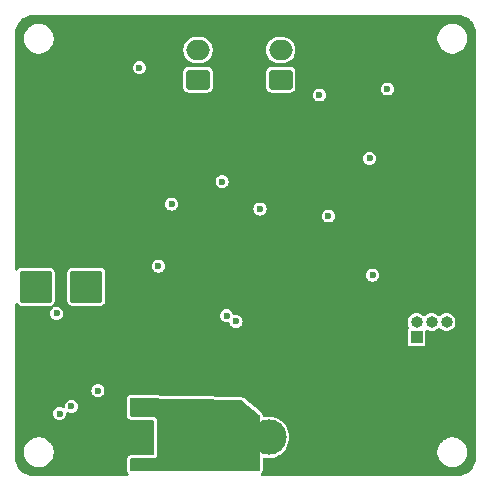
<source format=gbr>
%TF.GenerationSoftware,KiCad,Pcbnew,8.0.2*%
%TF.CreationDate,2024-11-04T12:25:00+02:00*%
%TF.ProjectId,Little Boy - External,4c697474-6c65-4204-926f-79202d204578,rev?*%
%TF.SameCoordinates,Original*%
%TF.FileFunction,Copper,L3,Inr*%
%TF.FilePolarity,Positive*%
%FSLAX46Y46*%
G04 Gerber Fmt 4.6, Leading zero omitted, Abs format (unit mm)*
G04 Created by KiCad (PCBNEW 8.0.2) date 2024-11-04 12:25:00*
%MOMM*%
%LPD*%
G01*
G04 APERTURE LIST*
G04 Aperture macros list*
%AMRoundRect*
0 Rectangle with rounded corners*
0 $1 Rounding radius*
0 $2 $3 $4 $5 $6 $7 $8 $9 X,Y pos of 4 corners*
0 Add a 4 corners polygon primitive as box body*
4,1,4,$2,$3,$4,$5,$6,$7,$8,$9,$2,$3,0*
0 Add four circle primitives for the rounded corners*
1,1,$1+$1,$2,$3*
1,1,$1+$1,$4,$5*
1,1,$1+$1,$6,$7*
1,1,$1+$1,$8,$9*
0 Add four rect primitives between the rounded corners*
20,1,$1+$1,$2,$3,$4,$5,0*
20,1,$1+$1,$4,$5,$6,$7,0*
20,1,$1+$1,$6,$7,$8,$9,0*
20,1,$1+$1,$8,$9,$2,$3,0*%
G04 Aperture macros list end*
%TA.AperFunction,ComponentPad*%
%ADD10C,0.600000*%
%TD*%
%TA.AperFunction,ComponentPad*%
%ADD11RoundRect,0.250000X-1.125000X-1.125000X1.125000X-1.125000X1.125000X1.125000X-1.125000X1.125000X0*%
%TD*%
%TA.AperFunction,HeatsinkPad*%
%ADD12C,0.500000*%
%TD*%
%TA.AperFunction,ComponentPad*%
%ADD13R,3.000000X3.000000*%
%TD*%
%TA.AperFunction,ComponentPad*%
%ADD14C,3.000000*%
%TD*%
%TA.AperFunction,ComponentPad*%
%ADD15R,1.000000X1.000000*%
%TD*%
%TA.AperFunction,ComponentPad*%
%ADD16O,1.000000X1.000000*%
%TD*%
%TA.AperFunction,ComponentPad*%
%ADD17RoundRect,0.250000X0.750000X-0.600000X0.750000X0.600000X-0.750000X0.600000X-0.750000X-0.600000X0*%
%TD*%
%TA.AperFunction,ComponentPad*%
%ADD18O,2.000000X1.700000*%
%TD*%
%TA.AperFunction,ViaPad*%
%ADD19C,0.600000*%
%TD*%
G04 APERTURE END LIST*
D10*
%TO.N,GND*%
%TO.C,U2*%
X128850001Y-59250001D03*
X126250000Y-59250000D03*
X127550000Y-59250000D03*
X124949998Y-59249999D03*
X128850002Y-57950001D03*
X126250000Y-57950000D03*
X127550000Y-57950000D03*
X124949999Y-57949999D03*
%TD*%
D11*
%TO.N, MOT_A*%
%TO.C,J6*%
X129500000Y-66500000D03*
%TD*%
D12*
%TO.N,GND*%
%TO.C,U3*%
X133137501Y-49859176D03*
X133137501Y-48759178D03*
%TD*%
D13*
%TO.N,GND*%
%TO.C,J4*%
X149950000Y-79250000D03*
D14*
%TO.N,+12V*%
X144950000Y-79250000D03*
%TD*%
D15*
%TO.N,+3V3*%
%TO.C,SWD*%
X157475000Y-70750000D03*
D16*
%TO.N,SWDIO*%
X157475000Y-69479999D03*
%TO.N,GND*%
X158745001Y-70750000D03*
%TO.N,SWCLK*%
X158745000Y-69480002D03*
%TO.N,GND*%
X160015001Y-70750001D03*
%TO.N,NRST*%
X160014999Y-69480000D03*
%TD*%
D13*
%TO.N,GND*%
%TO.C,J3*%
X133750000Y-79250000D03*
D14*
%TO.N,+12V*%
X138750000Y-79250000D03*
%TD*%
D17*
%TO.N,CAN_H*%
%TO.C,J8*%
X138972499Y-48955001D03*
D18*
%TO.N,CAN_L*%
X138972500Y-46455001D03*
%TD*%
D11*
%TO.N,Net-(IC1-OUT2)*%
%TO.C,J5*%
X125250000Y-66500000D03*
%TD*%
D17*
%TO.N,CAN_H*%
%TO.C,J9*%
X145972498Y-48955001D03*
D18*
%TO.N,CAN_L*%
X145972497Y-46455001D03*
%TD*%
D19*
%TO.N,GND*%
X154200000Y-58800000D03*
X137250000Y-66500000D03*
X157200000Y-49950000D03*
X125500000Y-50300000D03*
X129700000Y-55000000D03*
X130750000Y-60450000D03*
X134550000Y-54650000D03*
X133000000Y-54650000D03*
X137100000Y-58700000D03*
X137000000Y-58050000D03*
X137000000Y-57050000D03*
X128750000Y-72250000D03*
X141895683Y-55346796D03*
X128000000Y-51250000D03*
X160000000Y-67500000D03*
X162000000Y-71500000D03*
X126250000Y-73750000D03*
X159250000Y-67500000D03*
X159750000Y-64750000D03*
X139500000Y-57500000D03*
X134887498Y-47909178D03*
X129250000Y-50500000D03*
X159000000Y-58250000D03*
X160750000Y-67000000D03*
X130260001Y-74260001D03*
X128250000Y-73750000D03*
X139250000Y-54250000D03*
X127250000Y-72750000D03*
X126750000Y-73250000D03*
X127250000Y-73750000D03*
X127750000Y-72250000D03*
X145750000Y-55000000D03*
X131000000Y-76000000D03*
X143750000Y-53500000D03*
X160750000Y-65500000D03*
X149000000Y-67250000D03*
X126250000Y-72750000D03*
X152500000Y-61300000D03*
X159750000Y-58250000D03*
X126750000Y-72250000D03*
X141750000Y-60123000D03*
X151700000Y-61300000D03*
X128250000Y-72750000D03*
X124000000Y-62250000D03*
X127250000Y-71750000D03*
X153000000Y-58500000D03*
X159000000Y-64750000D03*
X160500000Y-64750000D03*
X160500000Y-58250000D03*
X125500000Y-76750000D03*
X126250000Y-71750000D03*
X158250000Y-64750000D03*
X160750000Y-66250000D03*
X127750000Y-73250000D03*
X128250000Y-71750000D03*
X128750000Y-73250000D03*
X131500000Y-49250000D03*
X141000000Y-53250000D03*
X131500000Y-75000000D03*
X158250000Y-58250000D03*
%TO.N,+3V3*%
X149250000Y-50257001D03*
X150000000Y-60500000D03*
X136750000Y-59500000D03*
X130500000Y-75300003D03*
X144219905Y-59919904D03*
X155000000Y-49750000D03*
%TO.N,NRST*%
X141018144Y-57604856D03*
X153750000Y-65500000D03*
%TO.N,+5V*%
X134007034Y-47959178D03*
X153500000Y-55627000D03*
%TO.N,DRV_IN2*%
X127250000Y-77250000D03*
X142187500Y-69437500D03*
%TO.N,ISEN*%
X127000000Y-68750000D03*
X135623000Y-64750000D03*
%TO.N,DRV_IN1*%
X141406642Y-68956645D03*
X128250000Y-76623000D03*
%TD*%
%TA.AperFunction,Conductor*%
%TO.N,GND*%
G36*
X161004418Y-43500816D02*
G01*
X161204561Y-43515130D01*
X161222063Y-43517647D01*
X161413797Y-43559355D01*
X161430755Y-43564334D01*
X161614609Y-43632909D01*
X161630701Y-43640259D01*
X161802904Y-43734288D01*
X161817784Y-43743849D01*
X161974867Y-43861441D01*
X161988237Y-43873027D01*
X162126972Y-44011762D01*
X162138558Y-44025132D01*
X162256146Y-44182210D01*
X162265711Y-44197095D01*
X162359740Y-44369298D01*
X162367090Y-44385390D01*
X162435662Y-44569236D01*
X162440646Y-44586212D01*
X162482351Y-44777931D01*
X162484869Y-44795442D01*
X162499184Y-44995580D01*
X162499500Y-45004427D01*
X162499500Y-80995572D01*
X162499184Y-81004419D01*
X162484869Y-81204557D01*
X162482351Y-81222068D01*
X162440646Y-81413787D01*
X162435662Y-81430763D01*
X162367090Y-81614609D01*
X162359740Y-81630701D01*
X162265711Y-81802904D01*
X162256146Y-81817789D01*
X162138558Y-81974867D01*
X162126972Y-81988237D01*
X161988237Y-82126972D01*
X161974867Y-82138558D01*
X161817789Y-82256146D01*
X161802904Y-82265711D01*
X161630701Y-82359740D01*
X161614609Y-82367090D01*
X161430763Y-82435662D01*
X161413787Y-82440646D01*
X161222068Y-82482351D01*
X161204557Y-82484869D01*
X161023779Y-82497799D01*
X161004417Y-82499184D01*
X160995572Y-82499500D01*
X144410966Y-82499500D01*
X144343927Y-82479815D01*
X144298172Y-82427011D01*
X144288228Y-82357853D01*
X144317253Y-82294297D01*
X144329758Y-82281791D01*
X144354898Y-82260008D01*
X144386523Y-82227234D01*
X144432731Y-82138899D01*
X144432832Y-82138558D01*
X144442481Y-82105693D01*
X144452416Y-82071860D01*
X144462766Y-81999875D01*
X144462766Y-81090923D01*
X144482451Y-81023884D01*
X144535255Y-80978129D01*
X144604413Y-80968185D01*
X144604993Y-80968270D01*
X144818818Y-81000500D01*
X145081182Y-81000500D01*
X145340615Y-80961396D01*
X145591323Y-80884063D01*
X145827704Y-80770228D01*
X146044479Y-80622433D01*
X146236805Y-80443981D01*
X146270621Y-80401577D01*
X159249500Y-80401577D01*
X159249500Y-80598422D01*
X159280290Y-80792826D01*
X159341117Y-80980029D01*
X159378048Y-81052509D01*
X159430476Y-81155405D01*
X159546172Y-81314646D01*
X159685354Y-81453828D01*
X159844595Y-81569524D01*
X159927455Y-81611743D01*
X160019970Y-81658882D01*
X160019972Y-81658882D01*
X160019975Y-81658884D01*
X160120317Y-81691487D01*
X160207173Y-81719709D01*
X160401578Y-81750500D01*
X160401583Y-81750500D01*
X160598422Y-81750500D01*
X160792826Y-81719709D01*
X160980025Y-81658884D01*
X161155405Y-81569524D01*
X161314646Y-81453828D01*
X161453828Y-81314646D01*
X161569524Y-81155405D01*
X161658884Y-80980025D01*
X161719709Y-80792826D01*
X161750500Y-80598422D01*
X161750500Y-80401577D01*
X161719709Y-80207173D01*
X161658882Y-80019970D01*
X161569523Y-79844594D01*
X161513453Y-79767421D01*
X161453828Y-79685354D01*
X161314646Y-79546172D01*
X161155405Y-79430476D01*
X160980029Y-79341117D01*
X160792826Y-79280290D01*
X160598422Y-79249500D01*
X160598417Y-79249500D01*
X160401583Y-79249500D01*
X160401578Y-79249500D01*
X160207173Y-79280290D01*
X160019970Y-79341117D01*
X159844594Y-79430476D01*
X159753741Y-79496485D01*
X159685354Y-79546172D01*
X159685352Y-79546174D01*
X159685351Y-79546174D01*
X159546174Y-79685351D01*
X159546174Y-79685352D01*
X159546172Y-79685354D01*
X159496485Y-79753741D01*
X159430476Y-79844594D01*
X159341117Y-80019970D01*
X159280290Y-80207173D01*
X159249500Y-80401577D01*
X146270621Y-80401577D01*
X146400386Y-80238857D01*
X146531568Y-80011643D01*
X146627420Y-79767416D01*
X146685802Y-79511630D01*
X146705408Y-79250000D01*
X146685802Y-78988370D01*
X146627420Y-78732584D01*
X146531568Y-78488357D01*
X146400386Y-78261143D01*
X146236805Y-78056019D01*
X146236804Y-78056018D01*
X146236801Y-78056014D01*
X146044479Y-77877567D01*
X145971028Y-77827489D01*
X145827704Y-77729772D01*
X145827700Y-77729770D01*
X145827697Y-77729768D01*
X145827696Y-77729767D01*
X145591325Y-77615938D01*
X145591327Y-77615938D01*
X145340623Y-77538606D01*
X145340619Y-77538605D01*
X145340615Y-77538604D01*
X145215823Y-77519794D01*
X145081187Y-77499500D01*
X145081182Y-77499500D01*
X144818818Y-77499500D01*
X144818812Y-77499500D01*
X144646165Y-77525523D01*
X144603876Y-77531897D01*
X144534652Y-77522425D01*
X144481538Y-77477031D01*
X144461755Y-77418723D01*
X144459803Y-77393156D01*
X144454085Y-77355936D01*
X144452068Y-77344534D01*
X144413788Y-77252485D01*
X144374889Y-77194446D01*
X144374887Y-77194443D01*
X144374886Y-77194442D01*
X144326221Y-77140418D01*
X144326214Y-77140411D01*
X142903923Y-75955169D01*
X142903911Y-75955159D01*
X142894183Y-75947445D01*
X142884560Y-75940188D01*
X142809131Y-75901012D01*
X142742624Y-75879568D01*
X142670939Y-75867329D01*
X133341249Y-75621811D01*
X133299607Y-75625459D01*
X133283505Y-75626870D01*
X133283501Y-75626870D01*
X133283498Y-75626871D01*
X133228753Y-75638028D01*
X133228731Y-75638033D01*
X133199068Y-75645961D01*
X133199064Y-75645963D01*
X133112443Y-75695288D01*
X133112439Y-75695292D01*
X133059637Y-75741044D01*
X133028009Y-75773821D01*
X132981800Y-75862158D01*
X132981799Y-75862158D01*
X132962117Y-75929190D01*
X132962114Y-75929202D01*
X132951766Y-76001179D01*
X132951766Y-77375500D01*
X132957604Y-77429812D01*
X132968809Y-77481318D01*
X132968812Y-77481327D01*
X132976045Y-77507692D01*
X132976049Y-77507703D01*
X133025371Y-77594318D01*
X133025376Y-77594325D01*
X133025378Y-77594328D01*
X133044103Y-77615938D01*
X133071129Y-77647128D01*
X133071132Y-77647131D01*
X133071133Y-77647132D01*
X133103907Y-77678757D01*
X133192242Y-77724965D01*
X133192243Y-77724965D01*
X133192243Y-77724966D01*
X133242371Y-77739684D01*
X133259281Y-77744650D01*
X133259285Y-77744650D01*
X133259287Y-77744651D01*
X133270918Y-77746323D01*
X133331266Y-77755000D01*
X135121000Y-77755000D01*
X135188039Y-77774685D01*
X135233794Y-77827489D01*
X135245000Y-77879000D01*
X135245000Y-80621000D01*
X135225315Y-80688039D01*
X135172511Y-80733794D01*
X135121000Y-80745000D01*
X133331263Y-80745000D01*
X133276953Y-80750838D01*
X133225447Y-80762043D01*
X133225438Y-80762046D01*
X133199073Y-80769279D01*
X133199062Y-80769283D01*
X133112447Y-80818605D01*
X133112439Y-80818611D01*
X133059637Y-80864363D01*
X133028009Y-80897140D01*
X132981800Y-80985477D01*
X132981799Y-80985477D01*
X132962117Y-81052509D01*
X132962114Y-81052521D01*
X132951766Y-81124498D01*
X132951766Y-81999877D01*
X132957604Y-82054187D01*
X132968809Y-82105693D01*
X132968812Y-82105702D01*
X132976045Y-82132067D01*
X132976049Y-82132078D01*
X133025371Y-82218693D01*
X133025376Y-82218700D01*
X133025378Y-82218703D01*
X133057823Y-82256146D01*
X133071132Y-82271506D01*
X133071137Y-82271511D01*
X133086431Y-82286269D01*
X133121005Y-82346985D01*
X133117264Y-82416755D01*
X133076397Y-82473426D01*
X133011379Y-82499007D01*
X133000328Y-82499500D01*
X125004428Y-82499500D01*
X124995582Y-82499184D01*
X124973622Y-82497613D01*
X124795442Y-82484869D01*
X124777931Y-82482351D01*
X124586212Y-82440646D01*
X124569236Y-82435662D01*
X124385390Y-82367090D01*
X124369298Y-82359740D01*
X124197095Y-82265711D01*
X124182210Y-82256146D01*
X124143588Y-82227234D01*
X124038629Y-82148662D01*
X124025132Y-82138558D01*
X124011762Y-82126972D01*
X123873027Y-81988237D01*
X123861441Y-81974867D01*
X123743849Y-81817784D01*
X123734288Y-81802904D01*
X123640259Y-81630701D01*
X123632909Y-81614609D01*
X123572091Y-81451551D01*
X123564334Y-81430755D01*
X123559355Y-81413797D01*
X123517647Y-81222063D01*
X123515130Y-81204556D01*
X123509404Y-81124500D01*
X123500816Y-81004418D01*
X123500500Y-80995572D01*
X123500500Y-80401577D01*
X124249500Y-80401577D01*
X124249500Y-80598422D01*
X124280290Y-80792826D01*
X124341117Y-80980029D01*
X124378048Y-81052509D01*
X124430476Y-81155405D01*
X124546172Y-81314646D01*
X124685354Y-81453828D01*
X124844595Y-81569524D01*
X124927455Y-81611743D01*
X125019970Y-81658882D01*
X125019972Y-81658882D01*
X125019975Y-81658884D01*
X125120317Y-81691487D01*
X125207173Y-81719709D01*
X125401578Y-81750500D01*
X125401583Y-81750500D01*
X125598422Y-81750500D01*
X125792826Y-81719709D01*
X125980025Y-81658884D01*
X126155405Y-81569524D01*
X126314646Y-81453828D01*
X126453828Y-81314646D01*
X126569524Y-81155405D01*
X126658884Y-80980025D01*
X126719709Y-80792826D01*
X126750500Y-80598422D01*
X126750500Y-80401577D01*
X126719709Y-80207173D01*
X126658882Y-80019970D01*
X126569523Y-79844594D01*
X126513453Y-79767421D01*
X126453828Y-79685354D01*
X126314646Y-79546172D01*
X126155405Y-79430476D01*
X125980029Y-79341117D01*
X125792826Y-79280290D01*
X125598422Y-79249500D01*
X125598417Y-79249500D01*
X125401583Y-79249500D01*
X125401578Y-79249500D01*
X125207173Y-79280290D01*
X125019970Y-79341117D01*
X124844594Y-79430476D01*
X124753741Y-79496485D01*
X124685354Y-79546172D01*
X124685352Y-79546174D01*
X124685351Y-79546174D01*
X124546174Y-79685351D01*
X124546174Y-79685352D01*
X124546172Y-79685354D01*
X124496485Y-79753741D01*
X124430476Y-79844594D01*
X124341117Y-80019970D01*
X124280290Y-80207173D01*
X124249500Y-80401577D01*
X123500500Y-80401577D01*
X123500500Y-77250000D01*
X126694750Y-77250000D01*
X126713599Y-77393173D01*
X126713670Y-77393708D01*
X126713671Y-77393712D01*
X126769137Y-77527622D01*
X126769138Y-77527624D01*
X126769139Y-77527625D01*
X126857379Y-77642621D01*
X126972375Y-77730861D01*
X127106291Y-77786330D01*
X127233280Y-77803048D01*
X127249999Y-77805250D01*
X127250000Y-77805250D01*
X127250001Y-77805250D01*
X127264977Y-77803278D01*
X127393709Y-77786330D01*
X127527625Y-77730861D01*
X127642621Y-77642621D01*
X127730861Y-77527625D01*
X127786330Y-77393709D01*
X127805250Y-77250000D01*
X127803295Y-77235150D01*
X127814060Y-77166116D01*
X127860440Y-77113860D01*
X127927708Y-77094974D01*
X127973685Y-77104403D01*
X128106291Y-77159330D01*
X128233280Y-77176048D01*
X128249999Y-77178250D01*
X128250000Y-77178250D01*
X128250001Y-77178250D01*
X128264977Y-77176278D01*
X128393709Y-77159330D01*
X128527625Y-77103861D01*
X128642621Y-77015621D01*
X128730861Y-76900625D01*
X128786330Y-76766709D01*
X128805250Y-76623000D01*
X128786330Y-76479291D01*
X128730861Y-76345375D01*
X128642621Y-76230379D01*
X128527625Y-76142139D01*
X128527624Y-76142138D01*
X128527622Y-76142137D01*
X128393712Y-76086671D01*
X128393710Y-76086670D01*
X128393709Y-76086670D01*
X128321854Y-76077210D01*
X128250001Y-76067750D01*
X128249999Y-76067750D01*
X128106291Y-76086670D01*
X128106287Y-76086671D01*
X127972377Y-76142137D01*
X127857379Y-76230379D01*
X127769137Y-76345377D01*
X127713671Y-76479287D01*
X127713670Y-76479291D01*
X127694750Y-76622999D01*
X127696705Y-76637852D01*
X127685937Y-76706887D01*
X127639556Y-76759142D01*
X127572286Y-76778025D01*
X127526313Y-76768595D01*
X127393712Y-76713671D01*
X127393710Y-76713670D01*
X127393709Y-76713670D01*
X127321854Y-76704210D01*
X127250001Y-76694750D01*
X127249999Y-76694750D01*
X127106291Y-76713670D01*
X127106287Y-76713671D01*
X126972377Y-76769137D01*
X126857379Y-76857379D01*
X126769137Y-76972377D01*
X126713671Y-77106287D01*
X126713670Y-77106291D01*
X126712674Y-77113860D01*
X126694750Y-77250000D01*
X123500500Y-77250000D01*
X123500500Y-75300002D01*
X129944750Y-75300002D01*
X129944750Y-75300003D01*
X129963670Y-75443711D01*
X129963671Y-75443715D01*
X130019137Y-75577625D01*
X130019138Y-75577627D01*
X130019139Y-75577628D01*
X130107379Y-75692624D01*
X130222375Y-75780864D01*
X130356291Y-75836333D01*
X130483280Y-75853051D01*
X130499999Y-75855253D01*
X130500000Y-75855253D01*
X130500001Y-75855253D01*
X130514977Y-75853281D01*
X130643709Y-75836333D01*
X130777625Y-75780864D01*
X130892621Y-75692624D01*
X130980861Y-75577628D01*
X131036330Y-75443712D01*
X131055250Y-75300003D01*
X131036330Y-75156294D01*
X130980861Y-75022378D01*
X130892621Y-74907382D01*
X130777625Y-74819142D01*
X130777624Y-74819141D01*
X130777622Y-74819140D01*
X130643712Y-74763674D01*
X130643710Y-74763673D01*
X130643709Y-74763673D01*
X130571854Y-74754213D01*
X130500001Y-74744753D01*
X130499999Y-74744753D01*
X130356291Y-74763673D01*
X130356287Y-74763674D01*
X130222377Y-74819140D01*
X130107379Y-74907382D01*
X130019137Y-75022380D01*
X129963671Y-75156290D01*
X129963670Y-75156294D01*
X129944750Y-75300002D01*
X123500500Y-75300002D01*
X123500500Y-68750000D01*
X126444750Y-68750000D01*
X126463118Y-68889520D01*
X126463670Y-68893708D01*
X126463671Y-68893712D01*
X126519137Y-69027622D01*
X126519138Y-69027624D01*
X126519139Y-69027625D01*
X126607379Y-69142621D01*
X126722375Y-69230861D01*
X126856291Y-69286330D01*
X126983280Y-69303048D01*
X126999999Y-69305250D01*
X127000000Y-69305250D01*
X127000001Y-69305250D01*
X127014977Y-69303278D01*
X127143709Y-69286330D01*
X127277625Y-69230861D01*
X127392621Y-69142621D01*
X127480861Y-69027625D01*
X127510261Y-68956645D01*
X140851392Y-68956645D01*
X140863008Y-69044879D01*
X140870312Y-69100353D01*
X140870313Y-69100357D01*
X140925779Y-69234267D01*
X140925780Y-69234269D01*
X140925781Y-69234270D01*
X141014021Y-69349266D01*
X141129017Y-69437506D01*
X141262933Y-69492975D01*
X141389922Y-69509693D01*
X141406641Y-69511895D01*
X141406641Y-69511894D01*
X141406642Y-69511895D01*
X141517085Y-69497354D01*
X141586117Y-69508119D01*
X141638373Y-69554498D01*
X141646940Y-69574164D01*
X141648060Y-69573701D01*
X141706637Y-69715122D01*
X141706638Y-69715124D01*
X141706639Y-69715125D01*
X141794879Y-69830121D01*
X141909875Y-69918361D01*
X142043791Y-69973830D01*
X142170780Y-69990548D01*
X142187499Y-69992750D01*
X142187500Y-69992750D01*
X142187501Y-69992750D01*
X142202477Y-69990778D01*
X142331209Y-69973830D01*
X142465125Y-69918361D01*
X142580121Y-69830121D01*
X142668361Y-69715125D01*
X142723830Y-69581209D01*
X142737155Y-69479996D01*
X156719751Y-69479996D01*
X156719751Y-69480001D01*
X156738685Y-69648055D01*
X156794545Y-69807693D01*
X156794547Y-69807696D01*
X156846171Y-69889854D01*
X156865172Y-69957090D01*
X156844805Y-70023925D01*
X156810071Y-70058926D01*
X156794401Y-70069396D01*
X156739033Y-70152260D01*
X156739032Y-70152264D01*
X156724500Y-70225321D01*
X156724500Y-71274678D01*
X156739032Y-71347735D01*
X156739033Y-71347739D01*
X156739034Y-71347740D01*
X156794399Y-71430601D01*
X156877260Y-71485966D01*
X156877264Y-71485967D01*
X156950321Y-71500499D01*
X156950324Y-71500500D01*
X156950326Y-71500500D01*
X157999676Y-71500500D01*
X157999677Y-71500499D01*
X158072740Y-71485966D01*
X158155601Y-71430601D01*
X158210966Y-71347740D01*
X158225500Y-71274674D01*
X158225500Y-70264297D01*
X158245185Y-70197258D01*
X158297989Y-70151503D01*
X158367147Y-70141559D01*
X158410936Y-70157638D01*
X158411034Y-70157436D01*
X158413122Y-70158441D01*
X158415476Y-70159306D01*
X158416885Y-70160191D01*
X158417310Y-70160458D01*
X158522479Y-70197258D01*
X158576943Y-70216316D01*
X158744997Y-70235251D01*
X158745000Y-70235251D01*
X158745003Y-70235251D01*
X158913056Y-70216316D01*
X158913065Y-70216313D01*
X159072690Y-70160458D01*
X159072692Y-70160456D01*
X159072694Y-70160456D01*
X159072697Y-70160454D01*
X159215884Y-70070483D01*
X159215884Y-70070482D01*
X159215890Y-70070479D01*
X159292322Y-69994046D01*
X159353641Y-69960564D01*
X159423333Y-69965548D01*
X159467681Y-69994049D01*
X159544108Y-70070476D01*
X159544114Y-70070481D01*
X159687301Y-70160452D01*
X159687304Y-70160454D01*
X159687308Y-70160455D01*
X159687309Y-70160456D01*
X159687315Y-70160458D01*
X159846942Y-70216314D01*
X160014996Y-70235249D01*
X160014999Y-70235249D01*
X160015002Y-70235249D01*
X160183055Y-70216314D01*
X160237514Y-70197258D01*
X160342689Y-70160456D01*
X160342691Y-70160454D01*
X160342693Y-70160454D01*
X160342696Y-70160452D01*
X160485883Y-70070481D01*
X160485884Y-70070480D01*
X160485889Y-70070477D01*
X160605476Y-69950890D01*
X160625915Y-69918362D01*
X160695451Y-69807697D01*
X160695453Y-69807694D01*
X160695453Y-69807692D01*
X160695455Y-69807690D01*
X160751312Y-69648059D01*
X160751312Y-69648058D01*
X160751313Y-69648056D01*
X160770248Y-69480002D01*
X160770248Y-69479997D01*
X160751313Y-69311943D01*
X160695453Y-69152305D01*
X160695451Y-69152302D01*
X160605480Y-69009115D01*
X160605475Y-69009109D01*
X160485889Y-68889523D01*
X160485883Y-68889518D01*
X160342696Y-68799547D01*
X160342693Y-68799545D01*
X160183055Y-68743685D01*
X160015002Y-68724751D01*
X160014996Y-68724751D01*
X159846942Y-68743685D01*
X159687304Y-68799545D01*
X159687301Y-68799547D01*
X159544114Y-68889518D01*
X159467679Y-68965953D01*
X159406355Y-68999437D01*
X159336664Y-68994452D01*
X159292317Y-68965952D01*
X159215890Y-68889525D01*
X159215884Y-68889520D01*
X159072697Y-68799549D01*
X159072694Y-68799547D01*
X158913056Y-68743687D01*
X158745003Y-68724753D01*
X158744997Y-68724753D01*
X158576943Y-68743687D01*
X158417305Y-68799547D01*
X158417302Y-68799549D01*
X158274115Y-68889520D01*
X158197682Y-68965953D01*
X158136358Y-68999437D01*
X158066667Y-68994452D01*
X158022320Y-68965952D01*
X157945890Y-68889522D01*
X157945884Y-68889517D01*
X157802697Y-68799546D01*
X157802694Y-68799544D01*
X157643056Y-68743684D01*
X157475003Y-68724750D01*
X157474997Y-68724750D01*
X157306943Y-68743684D01*
X157147305Y-68799544D01*
X157147302Y-68799546D01*
X157004115Y-68889517D01*
X157004109Y-68889522D01*
X156884523Y-69009108D01*
X156884518Y-69009114D01*
X156794547Y-69152301D01*
X156794545Y-69152304D01*
X156738685Y-69311942D01*
X156719751Y-69479996D01*
X142737155Y-69479996D01*
X142742750Y-69437500D01*
X142723830Y-69293791D01*
X142668361Y-69159875D01*
X142580121Y-69044879D01*
X142465125Y-68956639D01*
X142465124Y-68956638D01*
X142465122Y-68956637D01*
X142331212Y-68901171D01*
X142331210Y-68901170D01*
X142331209Y-68901170D01*
X142242743Y-68889523D01*
X142187501Y-68882250D01*
X142187499Y-68882250D01*
X142077059Y-68896790D01*
X142008023Y-68886025D01*
X141955767Y-68839645D01*
X141947208Y-68819977D01*
X141946082Y-68820444D01*
X141887504Y-68679022D01*
X141887503Y-68679021D01*
X141887503Y-68679020D01*
X141799263Y-68564024D01*
X141684267Y-68475784D01*
X141684266Y-68475783D01*
X141684264Y-68475782D01*
X141550354Y-68420316D01*
X141550352Y-68420315D01*
X141550351Y-68420315D01*
X141478496Y-68410855D01*
X141406643Y-68401395D01*
X141406641Y-68401395D01*
X141262933Y-68420315D01*
X141262929Y-68420316D01*
X141129019Y-68475782D01*
X141014021Y-68564024D01*
X140925779Y-68679022D01*
X140870313Y-68812932D01*
X140870312Y-68812936D01*
X140858696Y-68901170D01*
X140851392Y-68956645D01*
X127510261Y-68956645D01*
X127536330Y-68893709D01*
X127555250Y-68750000D01*
X127554418Y-68743684D01*
X127545905Y-68679020D01*
X127536330Y-68606291D01*
X127480861Y-68472375D01*
X127392621Y-68357379D01*
X127277625Y-68269139D01*
X127277624Y-68269138D01*
X127277622Y-68269137D01*
X127143712Y-68213671D01*
X127143710Y-68213670D01*
X127143709Y-68213670D01*
X127071854Y-68204210D01*
X127000001Y-68194750D01*
X126999999Y-68194750D01*
X126856291Y-68213670D01*
X126800128Y-68236933D01*
X126730659Y-68244401D01*
X126715079Y-68236602D01*
X126713996Y-68251752D01*
X126673302Y-68306794D01*
X126607380Y-68357378D01*
X126519137Y-68472377D01*
X126463671Y-68606287D01*
X126463670Y-68606291D01*
X126445582Y-68743684D01*
X126444750Y-68750000D01*
X123500500Y-68750000D01*
X123500500Y-67998498D01*
X123520185Y-67931459D01*
X123572989Y-67885704D01*
X123642147Y-67875760D01*
X123705703Y-67904785D01*
X123723764Y-67924183D01*
X123767454Y-67982546D01*
X123788763Y-67998498D01*
X123882664Y-68068793D01*
X123882671Y-68068797D01*
X124017517Y-68119091D01*
X124017516Y-68119091D01*
X124024444Y-68119835D01*
X124077127Y-68125500D01*
X126422872Y-68125499D01*
X126482483Y-68119091D01*
X126554482Y-68092236D01*
X126624172Y-68087253D01*
X126634673Y-68092987D01*
X126635023Y-68083210D01*
X126674872Y-68025818D01*
X126678324Y-68023136D01*
X126732546Y-67982546D01*
X126818796Y-67867331D01*
X126869091Y-67732483D01*
X126875500Y-67672873D01*
X126875499Y-65327135D01*
X127874500Y-65327135D01*
X127874500Y-67672870D01*
X127874501Y-67672876D01*
X127880908Y-67732483D01*
X127931202Y-67867328D01*
X127931206Y-67867335D01*
X128017452Y-67982544D01*
X128017455Y-67982547D01*
X128132664Y-68068793D01*
X128132671Y-68068797D01*
X128267517Y-68119091D01*
X128267516Y-68119091D01*
X128274444Y-68119835D01*
X128327127Y-68125500D01*
X130672872Y-68125499D01*
X130732483Y-68119091D01*
X130867331Y-68068796D01*
X130982546Y-67982546D01*
X131068796Y-67867331D01*
X131119091Y-67732483D01*
X131125500Y-67672873D01*
X131125499Y-65499999D01*
X153194750Y-65499999D01*
X153194750Y-65500000D01*
X153213670Y-65643708D01*
X153213671Y-65643712D01*
X153269137Y-65777622D01*
X153269138Y-65777624D01*
X153269139Y-65777625D01*
X153357379Y-65892621D01*
X153472375Y-65980861D01*
X153606291Y-66036330D01*
X153733280Y-66053048D01*
X153749999Y-66055250D01*
X153750000Y-66055250D01*
X153750001Y-66055250D01*
X153764977Y-66053278D01*
X153893709Y-66036330D01*
X154027625Y-65980861D01*
X154142621Y-65892621D01*
X154230861Y-65777625D01*
X154286330Y-65643709D01*
X154305250Y-65500000D01*
X154286330Y-65356291D01*
X154249350Y-65267013D01*
X154230862Y-65222377D01*
X154230861Y-65222376D01*
X154230861Y-65222375D01*
X154142621Y-65107379D01*
X154027625Y-65019139D01*
X154027624Y-65019138D01*
X154027622Y-65019137D01*
X153893712Y-64963671D01*
X153893710Y-64963670D01*
X153893709Y-64963670D01*
X153821854Y-64954210D01*
X153750001Y-64944750D01*
X153749999Y-64944750D01*
X153606291Y-64963670D01*
X153606287Y-64963671D01*
X153472377Y-65019137D01*
X153357379Y-65107379D01*
X153269137Y-65222377D01*
X153213671Y-65356287D01*
X153213670Y-65356291D01*
X153194750Y-65499999D01*
X131125499Y-65499999D01*
X131125499Y-65327128D01*
X131119091Y-65267517D01*
X131105419Y-65230861D01*
X131068797Y-65132671D01*
X131068793Y-65132664D01*
X130982547Y-65017455D01*
X130982544Y-65017452D01*
X130867335Y-64931206D01*
X130867328Y-64931202D01*
X130732482Y-64880908D01*
X130732483Y-64880908D01*
X130672883Y-64874501D01*
X130672881Y-64874500D01*
X130672873Y-64874500D01*
X130672864Y-64874500D01*
X128327129Y-64874500D01*
X128327123Y-64874501D01*
X128267516Y-64880908D01*
X128132671Y-64931202D01*
X128132664Y-64931206D01*
X128017455Y-65017452D01*
X128017452Y-65017455D01*
X127931206Y-65132664D01*
X127931202Y-65132671D01*
X127880908Y-65267517D01*
X127878886Y-65286329D01*
X127874501Y-65327123D01*
X127874500Y-65327135D01*
X126875499Y-65327135D01*
X126875499Y-65327128D01*
X126869091Y-65267517D01*
X126855419Y-65230861D01*
X126818797Y-65132671D01*
X126818793Y-65132664D01*
X126732547Y-65017455D01*
X126732544Y-65017452D01*
X126617335Y-64931206D01*
X126617328Y-64931202D01*
X126482482Y-64880908D01*
X126482483Y-64880908D01*
X126422883Y-64874501D01*
X126422881Y-64874500D01*
X126422873Y-64874500D01*
X126422864Y-64874500D01*
X124077129Y-64874500D01*
X124077123Y-64874501D01*
X124017516Y-64880908D01*
X123882671Y-64931202D01*
X123882664Y-64931206D01*
X123767455Y-65017452D01*
X123723766Y-65075813D01*
X123667832Y-65117683D01*
X123598140Y-65122667D01*
X123536817Y-65089181D01*
X123503333Y-65027857D01*
X123500500Y-65001501D01*
X123500500Y-64749999D01*
X135067750Y-64749999D01*
X135067750Y-64750000D01*
X135086670Y-64893708D01*
X135086671Y-64893712D01*
X135142137Y-65027622D01*
X135142138Y-65027624D01*
X135142139Y-65027625D01*
X135230379Y-65142621D01*
X135345375Y-65230861D01*
X135479291Y-65286330D01*
X135606280Y-65303048D01*
X135622999Y-65305250D01*
X135623000Y-65305250D01*
X135623001Y-65305250D01*
X135637977Y-65303278D01*
X135766709Y-65286330D01*
X135900625Y-65230861D01*
X136015621Y-65142621D01*
X136103861Y-65027625D01*
X136159330Y-64893709D01*
X136178250Y-64750000D01*
X136159330Y-64606291D01*
X136103861Y-64472375D01*
X136015621Y-64357379D01*
X135900625Y-64269139D01*
X135900624Y-64269138D01*
X135900622Y-64269137D01*
X135766712Y-64213671D01*
X135766710Y-64213670D01*
X135766709Y-64213670D01*
X135694854Y-64204210D01*
X135623001Y-64194750D01*
X135622999Y-64194750D01*
X135479291Y-64213670D01*
X135479287Y-64213671D01*
X135345377Y-64269137D01*
X135230379Y-64357379D01*
X135142137Y-64472377D01*
X135086671Y-64606287D01*
X135086670Y-64606291D01*
X135067750Y-64749999D01*
X123500500Y-64749999D01*
X123500500Y-60499999D01*
X149444750Y-60499999D01*
X149444750Y-60500000D01*
X149463670Y-60643708D01*
X149463671Y-60643712D01*
X149519137Y-60777622D01*
X149519138Y-60777624D01*
X149519139Y-60777625D01*
X149607379Y-60892621D01*
X149722375Y-60980861D01*
X149856291Y-61036330D01*
X149983280Y-61053048D01*
X149999999Y-61055250D01*
X150000000Y-61055250D01*
X150000001Y-61055250D01*
X150014977Y-61053278D01*
X150143709Y-61036330D01*
X150277625Y-60980861D01*
X150392621Y-60892621D01*
X150480861Y-60777625D01*
X150536330Y-60643709D01*
X150555250Y-60500000D01*
X150536330Y-60356291D01*
X150480861Y-60222375D01*
X150392621Y-60107379D01*
X150277625Y-60019139D01*
X150277624Y-60019138D01*
X150277622Y-60019137D01*
X150143712Y-59963671D01*
X150143710Y-59963670D01*
X150143709Y-59963670D01*
X150071854Y-59954210D01*
X150000001Y-59944750D01*
X149999999Y-59944750D01*
X149856291Y-59963670D01*
X149856287Y-59963671D01*
X149722377Y-60019137D01*
X149607379Y-60107379D01*
X149519137Y-60222377D01*
X149463671Y-60356287D01*
X149463670Y-60356291D01*
X149444750Y-60499999D01*
X123500500Y-60499999D01*
X123500500Y-59499999D01*
X136194750Y-59499999D01*
X136194750Y-59500000D01*
X136213670Y-59643708D01*
X136213671Y-59643712D01*
X136269137Y-59777622D01*
X136269138Y-59777624D01*
X136269139Y-59777625D01*
X136357379Y-59892621D01*
X136472375Y-59980861D01*
X136606291Y-60036330D01*
X136733280Y-60053048D01*
X136749999Y-60055250D01*
X136750000Y-60055250D01*
X136750001Y-60055250D01*
X136764977Y-60053278D01*
X136893709Y-60036330D01*
X137027625Y-59980861D01*
X137107067Y-59919903D01*
X143664655Y-59919903D01*
X143664655Y-59919904D01*
X143683575Y-60063612D01*
X143683576Y-60063616D01*
X143739042Y-60197526D01*
X143739043Y-60197528D01*
X143739044Y-60197529D01*
X143827284Y-60312525D01*
X143942280Y-60400765D01*
X144076196Y-60456234D01*
X144203185Y-60472952D01*
X144219904Y-60475154D01*
X144219905Y-60475154D01*
X144219906Y-60475154D01*
X144234882Y-60473182D01*
X144363614Y-60456234D01*
X144497530Y-60400765D01*
X144612526Y-60312525D01*
X144700766Y-60197529D01*
X144756235Y-60063613D01*
X144775155Y-59919904D01*
X144756235Y-59776195D01*
X144700766Y-59642279D01*
X144612526Y-59527283D01*
X144497530Y-59439043D01*
X144497529Y-59439042D01*
X144497527Y-59439041D01*
X144363617Y-59383575D01*
X144363615Y-59383574D01*
X144363614Y-59383574D01*
X144291759Y-59374114D01*
X144219906Y-59364654D01*
X144219904Y-59364654D01*
X144076196Y-59383574D01*
X144076192Y-59383575D01*
X143942282Y-59439041D01*
X143827284Y-59527283D01*
X143739042Y-59642281D01*
X143683576Y-59776191D01*
X143683575Y-59776195D01*
X143664655Y-59919903D01*
X137107067Y-59919903D01*
X137142621Y-59892621D01*
X137230861Y-59777625D01*
X137286330Y-59643709D01*
X137305250Y-59500000D01*
X137286330Y-59356291D01*
X137230861Y-59222375D01*
X137142621Y-59107379D01*
X137027625Y-59019139D01*
X137027624Y-59019138D01*
X137027622Y-59019137D01*
X136893712Y-58963671D01*
X136893710Y-58963670D01*
X136893709Y-58963670D01*
X136821854Y-58954210D01*
X136750001Y-58944750D01*
X136749999Y-58944750D01*
X136606291Y-58963670D01*
X136606287Y-58963671D01*
X136472377Y-59019137D01*
X136357379Y-59107379D01*
X136269137Y-59222377D01*
X136213671Y-59356287D01*
X136213670Y-59356291D01*
X136194750Y-59499999D01*
X123500500Y-59499999D01*
X123500500Y-57604855D01*
X140462894Y-57604855D01*
X140462894Y-57604856D01*
X140481814Y-57748564D01*
X140481815Y-57748568D01*
X140537281Y-57882478D01*
X140537282Y-57882480D01*
X140537283Y-57882481D01*
X140625523Y-57997477D01*
X140740519Y-58085717D01*
X140874435Y-58141186D01*
X141001424Y-58157904D01*
X141018143Y-58160106D01*
X141018144Y-58160106D01*
X141018145Y-58160106D01*
X141033121Y-58158134D01*
X141161853Y-58141186D01*
X141295769Y-58085717D01*
X141410765Y-57997477D01*
X141499005Y-57882481D01*
X141554474Y-57748565D01*
X141573394Y-57604856D01*
X141554474Y-57461147D01*
X141499005Y-57327231D01*
X141410765Y-57212235D01*
X141295769Y-57123995D01*
X141295768Y-57123994D01*
X141295766Y-57123993D01*
X141161856Y-57068527D01*
X141161854Y-57068526D01*
X141161853Y-57068526D01*
X141089998Y-57059066D01*
X141018145Y-57049606D01*
X141018143Y-57049606D01*
X140874435Y-57068526D01*
X140874431Y-57068527D01*
X140740521Y-57123993D01*
X140625523Y-57212235D01*
X140537281Y-57327233D01*
X140481815Y-57461143D01*
X140481814Y-57461147D01*
X140462894Y-57604855D01*
X123500500Y-57604855D01*
X123500500Y-55626999D01*
X152944750Y-55626999D01*
X152944750Y-55627000D01*
X152963670Y-55770708D01*
X152963671Y-55770712D01*
X153019137Y-55904622D01*
X153019138Y-55904624D01*
X153019139Y-55904625D01*
X153107379Y-56019621D01*
X153222375Y-56107861D01*
X153356291Y-56163330D01*
X153483280Y-56180048D01*
X153499999Y-56182250D01*
X153500000Y-56182250D01*
X153500001Y-56182250D01*
X153514977Y-56180278D01*
X153643709Y-56163330D01*
X153777625Y-56107861D01*
X153892621Y-56019621D01*
X153980861Y-55904625D01*
X154036330Y-55770709D01*
X154055250Y-55627000D01*
X154036330Y-55483291D01*
X153980861Y-55349375D01*
X153892621Y-55234379D01*
X153777625Y-55146139D01*
X153777624Y-55146138D01*
X153777622Y-55146137D01*
X153643712Y-55090671D01*
X153643710Y-55090670D01*
X153643709Y-55090670D01*
X153571854Y-55081210D01*
X153500001Y-55071750D01*
X153499999Y-55071750D01*
X153356291Y-55090670D01*
X153356287Y-55090671D01*
X153222377Y-55146137D01*
X153107379Y-55234379D01*
X153019137Y-55349377D01*
X152963671Y-55483287D01*
X152963670Y-55483291D01*
X152944750Y-55626999D01*
X123500500Y-55626999D01*
X123500500Y-50257000D01*
X148694750Y-50257000D01*
X148694750Y-50257001D01*
X148713670Y-50400709D01*
X148713671Y-50400713D01*
X148769137Y-50534623D01*
X148769138Y-50534625D01*
X148769139Y-50534626D01*
X148857379Y-50649622D01*
X148972375Y-50737862D01*
X149106291Y-50793331D01*
X149233280Y-50810049D01*
X149249999Y-50812251D01*
X149250000Y-50812251D01*
X149250001Y-50812251D01*
X149264977Y-50810279D01*
X149393709Y-50793331D01*
X149527625Y-50737862D01*
X149642621Y-50649622D01*
X149730861Y-50534626D01*
X149786330Y-50400710D01*
X149805250Y-50257001D01*
X149786330Y-50113292D01*
X149730861Y-49979376D01*
X149642621Y-49864380D01*
X149527625Y-49776140D01*
X149527624Y-49776139D01*
X149527622Y-49776138D01*
X149464518Y-49750000D01*
X154444750Y-49750000D01*
X154450981Y-49797332D01*
X154463670Y-49893708D01*
X154463671Y-49893712D01*
X154519137Y-50027622D01*
X154519138Y-50027624D01*
X154519139Y-50027625D01*
X154607379Y-50142621D01*
X154722375Y-50230861D01*
X154856291Y-50286330D01*
X154983280Y-50303048D01*
X154999999Y-50305250D01*
X155000000Y-50305250D01*
X155000001Y-50305250D01*
X155014977Y-50303278D01*
X155143709Y-50286330D01*
X155277625Y-50230861D01*
X155392621Y-50142621D01*
X155480861Y-50027625D01*
X155536330Y-49893709D01*
X155555250Y-49750000D01*
X155536330Y-49606291D01*
X155480861Y-49472375D01*
X155392621Y-49357379D01*
X155277625Y-49269139D01*
X155277624Y-49269138D01*
X155277622Y-49269137D01*
X155143712Y-49213671D01*
X155143710Y-49213670D01*
X155143709Y-49213670D01*
X155071854Y-49204210D01*
X155000001Y-49194750D01*
X154999999Y-49194750D01*
X154856291Y-49213670D01*
X154856287Y-49213671D01*
X154722377Y-49269137D01*
X154607379Y-49357379D01*
X154519137Y-49472377D01*
X154463671Y-49606287D01*
X154463670Y-49606291D01*
X154444750Y-49750000D01*
X149464518Y-49750000D01*
X149393712Y-49720672D01*
X149393710Y-49720671D01*
X149393709Y-49720671D01*
X149321854Y-49711211D01*
X149250001Y-49701751D01*
X149249999Y-49701751D01*
X149106291Y-49720671D01*
X149106287Y-49720672D01*
X148972377Y-49776138D01*
X148857379Y-49864380D01*
X148769137Y-49979378D01*
X148713671Y-50113288D01*
X148713670Y-50113292D01*
X148694750Y-50257000D01*
X123500500Y-50257000D01*
X123500500Y-47959178D01*
X133451784Y-47959178D01*
X133456823Y-47997456D01*
X133470704Y-48102886D01*
X133470705Y-48102890D01*
X133526171Y-48236800D01*
X133526172Y-48236802D01*
X133526173Y-48236803D01*
X133614413Y-48351799D01*
X133729409Y-48440039D01*
X133863325Y-48495508D01*
X133990314Y-48512226D01*
X134007033Y-48514428D01*
X134007034Y-48514428D01*
X134007035Y-48514428D01*
X134022011Y-48512456D01*
X134150743Y-48495508D01*
X134284659Y-48440039D01*
X134399655Y-48351799D01*
X134433926Y-48307136D01*
X137721999Y-48307136D01*
X137721999Y-49602871D01*
X137722000Y-49602877D01*
X137728407Y-49662484D01*
X137778701Y-49797329D01*
X137778705Y-49797336D01*
X137864951Y-49912545D01*
X137864954Y-49912548D01*
X137980163Y-49998794D01*
X137980170Y-49998798D01*
X138115016Y-50049092D01*
X138115015Y-50049092D01*
X138121943Y-50049836D01*
X138174626Y-50055501D01*
X139770371Y-50055500D01*
X139829982Y-50049092D01*
X139964830Y-49998797D01*
X140080045Y-49912547D01*
X140166295Y-49797332D01*
X140216590Y-49662484D01*
X140222999Y-49602874D01*
X140222998Y-48307136D01*
X144721998Y-48307136D01*
X144721998Y-49602871D01*
X144721999Y-49602877D01*
X144728406Y-49662484D01*
X144778700Y-49797329D01*
X144778704Y-49797336D01*
X144864950Y-49912545D01*
X144864953Y-49912548D01*
X144980162Y-49998794D01*
X144980169Y-49998798D01*
X145115015Y-50049092D01*
X145115014Y-50049092D01*
X145121942Y-50049836D01*
X145174625Y-50055501D01*
X146770370Y-50055500D01*
X146829981Y-50049092D01*
X146964829Y-49998797D01*
X147080044Y-49912547D01*
X147166294Y-49797332D01*
X147216589Y-49662484D01*
X147222998Y-49602874D01*
X147222997Y-48307129D01*
X147216589Y-48247518D01*
X147212591Y-48236800D01*
X147166295Y-48112672D01*
X147166291Y-48112665D01*
X147080045Y-47997456D01*
X147080042Y-47997453D01*
X146964833Y-47911207D01*
X146964826Y-47911203D01*
X146829980Y-47860909D01*
X146829981Y-47860909D01*
X146770381Y-47854502D01*
X146770379Y-47854501D01*
X146770371Y-47854501D01*
X146770362Y-47854501D01*
X145174627Y-47854501D01*
X145174621Y-47854502D01*
X145115014Y-47860909D01*
X144980169Y-47911203D01*
X144980162Y-47911207D01*
X144864953Y-47997453D01*
X144864950Y-47997456D01*
X144778704Y-48112665D01*
X144778700Y-48112672D01*
X144728406Y-48247518D01*
X144721999Y-48307117D01*
X144721999Y-48307124D01*
X144721998Y-48307136D01*
X140222998Y-48307136D01*
X140222998Y-48307129D01*
X140216590Y-48247518D01*
X140212592Y-48236800D01*
X140166296Y-48112672D01*
X140166292Y-48112665D01*
X140080046Y-47997456D01*
X140080043Y-47997453D01*
X139964834Y-47911207D01*
X139964827Y-47911203D01*
X139829981Y-47860909D01*
X139829982Y-47860909D01*
X139770382Y-47854502D01*
X139770380Y-47854501D01*
X139770372Y-47854501D01*
X139770363Y-47854501D01*
X138174628Y-47854501D01*
X138174622Y-47854502D01*
X138115015Y-47860909D01*
X137980170Y-47911203D01*
X137980163Y-47911207D01*
X137864954Y-47997453D01*
X137864951Y-47997456D01*
X137778705Y-48112665D01*
X137778701Y-48112672D01*
X137728407Y-48247518D01*
X137722000Y-48307117D01*
X137722000Y-48307124D01*
X137721999Y-48307136D01*
X134433926Y-48307136D01*
X134487895Y-48236803D01*
X134543364Y-48102887D01*
X134562284Y-47959178D01*
X134543364Y-47815469D01*
X134487895Y-47681553D01*
X134399655Y-47566557D01*
X134284659Y-47478317D01*
X134284658Y-47478316D01*
X134284656Y-47478315D01*
X134150746Y-47422849D01*
X134150744Y-47422848D01*
X134150743Y-47422848D01*
X134078888Y-47413388D01*
X134007035Y-47403928D01*
X134007033Y-47403928D01*
X133863325Y-47422848D01*
X133863321Y-47422849D01*
X133729411Y-47478315D01*
X133614413Y-47566557D01*
X133526171Y-47681555D01*
X133470705Y-47815465D01*
X133470704Y-47815469D01*
X133451784Y-47959178D01*
X123500500Y-47959178D01*
X123500500Y-45401577D01*
X124249500Y-45401577D01*
X124249500Y-45598422D01*
X124280290Y-45792826D01*
X124341117Y-45980029D01*
X124430476Y-46155405D01*
X124546172Y-46314646D01*
X124685354Y-46453828D01*
X124844595Y-46569524D01*
X124927455Y-46611743D01*
X125019970Y-46658882D01*
X125019972Y-46658882D01*
X125019975Y-46658884D01*
X125120317Y-46691487D01*
X125207173Y-46719709D01*
X125401578Y-46750500D01*
X125401583Y-46750500D01*
X125598422Y-46750500D01*
X125792826Y-46719709D01*
X125814391Y-46712702D01*
X125980025Y-46658884D01*
X126155405Y-46569524D01*
X126314646Y-46453828D01*
X126400084Y-46368390D01*
X137722000Y-46368390D01*
X137722000Y-46541612D01*
X137749098Y-46712702D01*
X137802627Y-46877446D01*
X137881268Y-47031789D01*
X137983086Y-47171929D01*
X138105572Y-47294415D01*
X138245712Y-47396233D01*
X138400055Y-47474874D01*
X138564799Y-47528403D01*
X138735889Y-47555501D01*
X138735890Y-47555501D01*
X139209110Y-47555501D01*
X139209111Y-47555501D01*
X139380201Y-47528403D01*
X139544945Y-47474874D01*
X139699288Y-47396233D01*
X139839428Y-47294415D01*
X139961914Y-47171929D01*
X140063732Y-47031789D01*
X140142373Y-46877446D01*
X140195902Y-46712702D01*
X140223000Y-46541612D01*
X140223000Y-46368390D01*
X144721997Y-46368390D01*
X144721997Y-46541612D01*
X144749095Y-46712702D01*
X144802624Y-46877446D01*
X144881265Y-47031789D01*
X144983083Y-47171929D01*
X145105569Y-47294415D01*
X145245709Y-47396233D01*
X145400052Y-47474874D01*
X145564796Y-47528403D01*
X145735886Y-47555501D01*
X145735887Y-47555501D01*
X146209107Y-47555501D01*
X146209108Y-47555501D01*
X146380198Y-47528403D01*
X146544942Y-47474874D01*
X146699285Y-47396233D01*
X146839425Y-47294415D01*
X146961911Y-47171929D01*
X147063729Y-47031789D01*
X147142370Y-46877446D01*
X147195899Y-46712702D01*
X147222997Y-46541612D01*
X147222997Y-46368390D01*
X147195899Y-46197300D01*
X147142370Y-46032556D01*
X147063729Y-45878213D01*
X146961911Y-45738073D01*
X146839425Y-45615587D01*
X146699285Y-45513769D01*
X146544942Y-45435128D01*
X146441683Y-45401577D01*
X159249500Y-45401577D01*
X159249500Y-45598422D01*
X159280290Y-45792826D01*
X159341117Y-45980029D01*
X159430476Y-46155405D01*
X159546172Y-46314646D01*
X159685354Y-46453828D01*
X159844595Y-46569524D01*
X159927455Y-46611743D01*
X160019970Y-46658882D01*
X160019972Y-46658882D01*
X160019975Y-46658884D01*
X160120317Y-46691487D01*
X160207173Y-46719709D01*
X160401578Y-46750500D01*
X160401583Y-46750500D01*
X160598422Y-46750500D01*
X160792826Y-46719709D01*
X160814391Y-46712702D01*
X160980025Y-46658884D01*
X161155405Y-46569524D01*
X161314646Y-46453828D01*
X161453828Y-46314646D01*
X161569524Y-46155405D01*
X161658884Y-45980025D01*
X161719709Y-45792826D01*
X161728381Y-45738071D01*
X161750500Y-45598422D01*
X161750500Y-45401577D01*
X161719709Y-45207173D01*
X161658882Y-45019970D01*
X161569523Y-44844594D01*
X161453828Y-44685354D01*
X161314646Y-44546172D01*
X161155405Y-44430476D01*
X160980029Y-44341117D01*
X160792826Y-44280290D01*
X160598422Y-44249500D01*
X160598417Y-44249500D01*
X160401583Y-44249500D01*
X160401578Y-44249500D01*
X160207173Y-44280290D01*
X160019970Y-44341117D01*
X159844594Y-44430476D01*
X159753741Y-44496485D01*
X159685354Y-44546172D01*
X159685352Y-44546174D01*
X159685351Y-44546174D01*
X159546174Y-44685351D01*
X159546174Y-44685352D01*
X159546172Y-44685354D01*
X159496485Y-44753741D01*
X159430476Y-44844594D01*
X159341117Y-45019970D01*
X159280290Y-45207173D01*
X159249500Y-45401577D01*
X146441683Y-45401577D01*
X146380198Y-45381599D01*
X146380196Y-45381598D01*
X146380195Y-45381598D01*
X146248768Y-45360782D01*
X146209108Y-45354501D01*
X145735886Y-45354501D01*
X145696225Y-45360782D01*
X145564799Y-45381598D01*
X145400049Y-45435129D01*
X145245708Y-45513769D01*
X145165753Y-45571860D01*
X145105569Y-45615587D01*
X145105567Y-45615589D01*
X145105566Y-45615589D01*
X144983085Y-45738070D01*
X144983085Y-45738071D01*
X144983083Y-45738073D01*
X144939356Y-45798257D01*
X144881265Y-45878212D01*
X144802625Y-46032553D01*
X144749094Y-46197303D01*
X144730509Y-46314646D01*
X144721997Y-46368390D01*
X140223000Y-46368390D01*
X140195902Y-46197300D01*
X140142373Y-46032556D01*
X140063732Y-45878213D01*
X139961914Y-45738073D01*
X139839428Y-45615587D01*
X139699288Y-45513769D01*
X139544945Y-45435128D01*
X139380201Y-45381599D01*
X139380199Y-45381598D01*
X139380198Y-45381598D01*
X139248771Y-45360782D01*
X139209111Y-45354501D01*
X138735889Y-45354501D01*
X138696228Y-45360782D01*
X138564802Y-45381598D01*
X138400052Y-45435129D01*
X138245711Y-45513769D01*
X138165756Y-45571860D01*
X138105572Y-45615587D01*
X138105570Y-45615589D01*
X138105569Y-45615589D01*
X137983088Y-45738070D01*
X137983088Y-45738071D01*
X137983086Y-45738073D01*
X137939359Y-45798257D01*
X137881268Y-45878212D01*
X137802628Y-46032553D01*
X137749097Y-46197303D01*
X137730512Y-46314646D01*
X137722000Y-46368390D01*
X126400084Y-46368390D01*
X126453828Y-46314646D01*
X126569524Y-46155405D01*
X126658884Y-45980025D01*
X126719709Y-45792826D01*
X126728381Y-45738071D01*
X126750500Y-45598422D01*
X126750500Y-45401577D01*
X126719709Y-45207173D01*
X126658882Y-45019970D01*
X126569523Y-44844594D01*
X126453828Y-44685354D01*
X126314646Y-44546172D01*
X126155405Y-44430476D01*
X125980029Y-44341117D01*
X125792826Y-44280290D01*
X125598422Y-44249500D01*
X125598417Y-44249500D01*
X125401583Y-44249500D01*
X125401578Y-44249500D01*
X125207173Y-44280290D01*
X125019970Y-44341117D01*
X124844594Y-44430476D01*
X124753741Y-44496485D01*
X124685354Y-44546172D01*
X124685352Y-44546174D01*
X124685351Y-44546174D01*
X124546174Y-44685351D01*
X124546174Y-44685352D01*
X124546172Y-44685354D01*
X124496485Y-44753741D01*
X124430476Y-44844594D01*
X124341117Y-45019970D01*
X124280290Y-45207173D01*
X124249500Y-45401577D01*
X123500500Y-45401577D01*
X123500500Y-45004427D01*
X123500816Y-44995581D01*
X123515130Y-44795443D01*
X123515131Y-44795442D01*
X123515130Y-44795436D01*
X123517646Y-44777938D01*
X123559356Y-44586199D01*
X123564333Y-44569248D01*
X123632911Y-44385385D01*
X123640259Y-44369298D01*
X123705673Y-44249500D01*
X123734291Y-44197089D01*
X123743845Y-44182221D01*
X123861448Y-44025123D01*
X123873020Y-44011769D01*
X124011769Y-43873020D01*
X124025123Y-43861448D01*
X124182221Y-43743845D01*
X124197089Y-43734291D01*
X124369298Y-43640258D01*
X124385385Y-43632911D01*
X124569248Y-43564333D01*
X124586199Y-43559356D01*
X124777938Y-43517646D01*
X124795436Y-43515130D01*
X124995582Y-43500816D01*
X125004428Y-43500500D01*
X125065892Y-43500500D01*
X160934108Y-43500500D01*
X160995572Y-43500500D01*
X161004418Y-43500816D01*
G37*
%TD.AperFunction*%
%TD*%
%TA.AperFunction,Conductor*%
%TO.N,+12V*%
G36*
X142664223Y-76122742D02*
G01*
X142730721Y-76144183D01*
X142740344Y-76151440D01*
X144162649Y-77336694D01*
X144201548Y-77394733D01*
X144207266Y-77431953D01*
X144207266Y-81999875D01*
X144187581Y-82066914D01*
X144134777Y-82112669D01*
X144083266Y-82123875D01*
X133331266Y-82123875D01*
X133264227Y-82104190D01*
X133218472Y-82051386D01*
X133207266Y-81999875D01*
X133207266Y-81124500D01*
X133226951Y-81057461D01*
X133279755Y-81011706D01*
X133331266Y-81000500D01*
X135274676Y-81000500D01*
X135274677Y-81000499D01*
X135347740Y-80985966D01*
X135430601Y-80930601D01*
X135485966Y-80847740D01*
X135500500Y-80774674D01*
X135500500Y-77725326D01*
X135500500Y-77725323D01*
X135500499Y-77725321D01*
X135485967Y-77652264D01*
X135485966Y-77652260D01*
X135430601Y-77569399D01*
X135347740Y-77514034D01*
X135347739Y-77514033D01*
X135347735Y-77514032D01*
X135274677Y-77499500D01*
X135274674Y-77499500D01*
X133331266Y-77499500D01*
X133264227Y-77479815D01*
X133218472Y-77427011D01*
X133207266Y-77375500D01*
X133207266Y-76001181D01*
X133226951Y-75934142D01*
X133279755Y-75888387D01*
X133334528Y-75877224D01*
X142664223Y-76122742D01*
G37*
%TD.AperFunction*%
%TD*%
M02*

</source>
